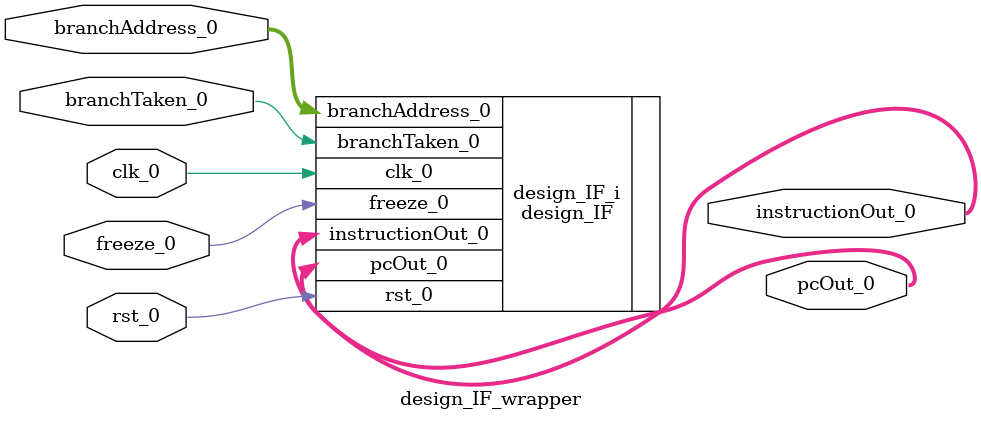
<source format=v>
`timescale 1 ps / 1 ps

module design_IF_wrapper
   (branchAddress_0,
    branchTaken_0,
    clk_0,
    freeze_0,
    instructionOut_0,
    pcOut_0,
    rst_0);
  input [31:0]branchAddress_0;
  input branchTaken_0;
  input clk_0;
  input freeze_0;
  output [31:0]instructionOut_0;
  output [31:0]pcOut_0;
  input rst_0;

  wire [31:0]branchAddress_0;
  wire branchTaken_0;
  wire clk_0;
  wire freeze_0;
  wire [31:0]instructionOut_0;
  wire [31:0]pcOut_0;
  wire rst_0;

  design_IF design_IF_i
       (.branchAddress_0(branchAddress_0),
        .branchTaken_0(branchTaken_0),
        .clk_0(clk_0),
        .freeze_0(freeze_0),
        .instructionOut_0(instructionOut_0),
        .pcOut_0(pcOut_0),
        .rst_0(rst_0));
endmodule

</source>
